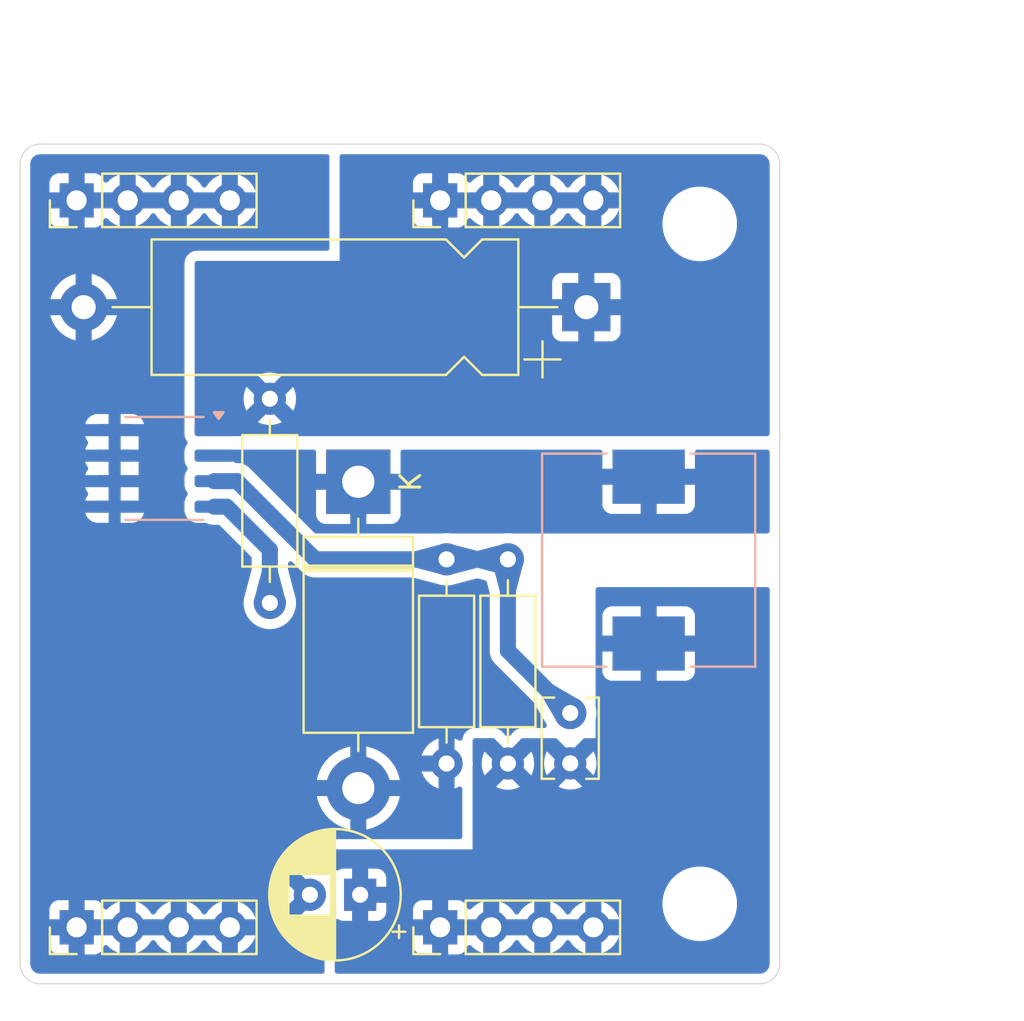
<source format=kicad_pcb>
(kicad_pcb (version 20240108) (generator "pcbnew") (generator_version "8.0")
  (title_block (title "XL7005A Test PCB") (date "2024-06-26") (company "Perry Leumas"))
  (layers (0 "F.Cu" signal) (31 "B.Cu" signal) (34 "B.Paste" user) (35 "F.Paste" user) (36 "B.SilkS" user "B.Silkscreen") (37 "F.SilkS" user "F.Silkscreen") (38 "B.Mask" user) (39 "F.Mask" user) (44 "Edge.Cuts" user))
  (net 0 "")
  (net 1 "+12V")
  (net 2 "GND")
  (net 3 "+5V")
  (net 4 "Net-(U1-FB)")
  (net 5 "Net-(D1-K)")
  (net 6 "Net-(U1-EN)")
  (footprint "MountingHole:MountingHole_3.2mm_M3" (layer "F.Cu") (at 191.8 98.3)
    (property "Reference" "H1" (hide yes))
    (property "Value" "MountingHole")
    (pad "" np_thru_hole circle (at 0 0) (size 3.2 3.2) (drill 3.2) (layers "*.Cu" "*.Mask"))
  )
  (footprint "Connector_PinHeader_2.54mm:PinHeader_1x04_P2.54mm_Vertical" (layer "F.Cu") (at 160.81 63.3 90)
    (property "Reference" "J2" (hide yes))
    (property "Value" "Conn_01x04")
    (fp_line (start -1.33 -1.33) (end 0 -1.33) (stroke (width 0.12)) (layer "F.SilkS"))
    (fp_line (start -1.33 0) (end -1.33 -1.33) (stroke (width 0.12)) (layer "F.SilkS"))
    (fp_line (start 1.33 1.27) (end 1.33 8.95) (stroke (width 0.12)) (layer "F.SilkS"))
    (fp_line (start -1.33 1.27) (end 1.33 1.27) (stroke (width 0.12)) (layer "F.SilkS"))
    (fp_line (start -1.33 1.27) (end -1.33 8.95) (stroke (width 0.12)) (layer "F.SilkS"))
    (fp_line (start -1.33 8.95) (end 1.33 8.95) (stroke (width 0.12)) (layer "F.SilkS"))
    (pad "1" thru_hole rect (at 0 0 90) (size 1.7 1.7) (drill 1) (layers "*.Cu" "*.Mask") (net 2 "GND"))
    (pad "2" thru_hole oval (at 0 2.54 90) (size 1.7 1.7) (drill 1) (layers "*.Cu" "*.Mask") (net 2 "GND"))
    (pad "3" thru_hole oval (at 0 5.08 90) (size 1.7 1.7) (drill 1) (layers "*.Cu" "*.Mask") (net 2 "GND"))
    (pad "4" thru_hole oval (at 0 7.62 90) (size 1.7 1.7) (drill 1) (layers "*.Cu" "*.Mask") (net 2 "GND"))
  )
  (footprint "Capacitor_THT:CP_Axial_L18.0mm_D6.5mm_P25.00mm_Horizontal" (layer "F.Cu") (at 186.16 68.6125 180)
    (property "Reference" "C1" (hide yes))
    (property "Value" "33uF")
    (fp_line (start 23.56 0) (end 21.62 0) (stroke (width 0.12)) (layer "F.SilkS"))
    (fp_line (start 21.62 -3.37) (end 21.62 3.37) (stroke (width 0.12)) (layer "F.SilkS"))
    (fp_line (start 6.98 3.37) (end 21.62 3.37) (stroke (width 0.12)) (layer "F.SilkS"))
    (fp_line (start 6.98 -3.37) (end 21.62 -3.37) (stroke (width 0.12)) (layer "F.SilkS"))
    (fp_line (start 6.08 2.47) (end 6.98 3.37) (stroke (width 0.12)) (layer "F.SilkS"))
    (fp_line (start 6.08 -2.47) (end 6.98 -3.37) (stroke (width 0.12)) (layer "F.SilkS"))
    (fp_line (start 5.18 3.37) (end 6.08 2.47) (stroke (width 0.12)) (layer "F.SilkS"))
    (fp_line (start 5.18 -3.37) (end 6.08 -2.47) (stroke (width 0.12)) (layer "F.SilkS"))
    (fp_line (start 3.38 3.37) (end 5.18 3.37) (stroke (width 0.12)) (layer "F.SilkS"))
    (fp_line (start 3.38 -3.37) (end 5.18 -3.37) (stroke (width 0.12)) (layer "F.SilkS"))
    (fp_line (start 3.38 -3.37) (end 3.38 3.37) (stroke (width 0.12)) (layer "F.SilkS"))
    (fp_line (start 2.18 -3.5) (end 2.18 -1.7) (stroke (width 0.12)) (layer "F.SilkS"))
    (fp_line (start 1.44 0) (end 3.38 0) (stroke (width 0.12)) (layer "F.SilkS"))
    (fp_line (start 1.28 -2.6) (end 3.08 -2.6) (stroke (width 0.12)) (layer "F.SilkS"))
    (pad "1" thru_hole rect (at 0 0 180) (size 2.4 2.4) (drill 1.2) (layers "*.Cu" "*.Mask") (net 1 "+12V"))
    (pad "2" thru_hole oval (at 25 0 180) (size 2.4 2.4) (drill 1.2) (layers "*.Cu" "*.Mask") (net 2 "GND"))
  )
  (footprint "Resistor_THT:R_Axial_DIN0207_L6.3mm_D2.5mm_P10.16mm_Horizontal" (layer "F.Cu") (at 170.42 73.17 -90)
    (property "Reference" "R1" (hide yes))
    (property "Value" "1k")
    (fp_line (start 1.81 1.37) (end 8.35 1.37) (stroke (width 0.12)) (layer "F.SilkS"))
    (fp_line (start 8.35 1.37) (end 8.35 -1.37) (stroke (width 0.12)) (layer "F.SilkS"))
    (fp_line (start 1.04 0) (end 1.81 0) (stroke (width 0.12)) (layer "F.SilkS"))
    (fp_line (start 9.12 0) (end 8.350001 0) (stroke (width 0.12)) (layer "F.SilkS"))
    (fp_line (start 1.81 -1.37) (end 1.81 1.37) (stroke (width 0.12)) (layer "F.SilkS"))
    (fp_line (start 8.35 -1.37) (end 1.81 -1.37) (stroke (width 0.12)) (layer "F.SilkS"))
    (pad "1" thru_hole circle (at 0 0 270) (size 1.6 1.6) (drill 0.8) (layers "*.Cu" "*.Mask") (net 1 "+12V"))
    (pad "2" thru_hole oval (at 10.16 0 270) (size 1.6 1.6) (drill 0.8) (layers "*.Cu" "*.Mask") (net 6 "Net-(U1-EN)"))
  )
  (footprint "Capacitor_THT:C_Disc_D3.8mm_W2.6mm_P2.50mm" (layer "F.Cu") (at 185.36 91.31 90)
    (property "Reference" "C2" (hide yes))
    (property "Value" "33nF")
    (fp_line (start 3.27 -1.42) (end 3.27 -0.795) (stroke (width 0.12)) (layer "F.SilkS"))
    (fp_line (start -0.77 -1.42) (end 3.27 -1.42) (stroke (width 0.12)) (layer "F.SilkS"))
    (fp_line (start -0.77 -1.42) (end -0.77 -0.795) (stroke (width 0.12)) (layer "F.SilkS"))
    (fp_line (start 3.27 0.795) (end 3.27 1.42) (stroke (width 0.12)) (layer "F.SilkS"))
    (fp_line (start -0.77 0.795) (end -0.77 1.42) (stroke (width 0.12)) (layer "F.SilkS"))
    (fp_line (start -0.77 1.42) (end 3.27 1.42) (stroke (width 0.12)) (layer "F.SilkS"))
    (pad "1" thru_hole circle (at 0 0 90) (size 1.6 1.6) (drill 0.8) (layers "*.Cu" "*.Mask") (net 3 "+5V"))
    (pad "2" thru_hole circle (at 2.5 0 90) (size 1.6 1.6) (drill 0.8) (layers "*.Cu" "*.Mask") (net 4 "Net-(U1-FB)"))
  )
  (footprint "Connector_PinHeader_2.54mm:PinHeader_1x04_P2.54mm_Vertical" (layer "F.Cu") (at 178.89 63.3 90)
    (property "Reference" "J1" (hide yes))
    (property "Value" "Conn_01x04")
    (fp_line (start -1.33 -1.33) (end 0 -1.33) (stroke (width 0.12)) (layer "F.SilkS"))
    (fp_line (start -1.33 0) (end -1.33 -1.33) (stroke (width 0.12)) (layer "F.SilkS"))
    (fp_line (start 1.33 1.27) (end 1.33 8.95) (stroke (width 0.12)) (layer "F.SilkS"))
    (fp_line (start -1.33 1.27) (end 1.33 1.27) (stroke (width 0.12)) (layer "F.SilkS"))
    (fp_line (start -1.33 1.27) (end -1.33 8.95) (stroke (width 0.12)) (layer "F.SilkS"))
    (fp_line (start -1.33 8.95) (end 1.33 8.95) (stroke (width 0.12)) (layer "F.SilkS"))
    (pad "1" thru_hole rect (at 0 0 90) (size 1.7 1.7) (drill 1) (layers "*.Cu" "*.Mask") (net 1 "+12V"))
    (pad "2" thru_hole oval (at 0 2.54 90) (size 1.7 1.7) (drill 1) (layers "*.Cu" "*.Mask") (net 1 "+12V"))
    (pad "3" thru_hole oval (at 0 5.08 90) (size 1.7 1.7) (drill 1) (layers "*.Cu" "*.Mask") (net 1 "+12V"))
    (pad "4" thru_hole oval (at 0 7.62 90) (size 1.7 1.7) (drill 1) (layers "*.Cu" "*.Mask") (net 1 "+12V"))
  )
  (footprint "Diode_THT:D_DO-201AD_P15.24mm_Horizontal" (layer "F.Cu") (at 174.82 77.3 -90)
    (property "Reference" "D1" (hide yes))
    (property "Value" "1N5821")
    (fp_line (start 2.75 2.72) (end 12.49 2.72) (stroke (width 0.12)) (layer "F.SilkS"))
    (fp_line (start 12.49 2.72) (end 12.49 -2.72) (stroke (width 0.12)) (layer "F.SilkS"))
    (fp_line (start 1.84 0) (end 2.75 0) (stroke (width 0.12)) (layer "F.SilkS"))
    (fp_line (start 13.4 0) (end 12.49 0) (stroke (width 0.12)) (layer "F.SilkS"))
    (fp_line (start 2.75 -2.72) (end 2.75 2.72) (stroke (width 0.12)) (layer "F.SilkS"))
    (fp_line (start 4.175 -2.72) (end 4.175 2.72) (stroke (width 0.12)) (layer "F.SilkS"))
    (fp_line (start 4.295 -2.72) (end 4.295 2.72) (stroke (width 0.12)) (layer "F.SilkS"))
    (fp_line (start 4.415 -2.72) (end 4.415 2.72) (stroke (width 0.12)) (layer "F.SilkS"))
    (fp_line (start 12.49 -2.72) (end 2.75 -2.72) (stroke (width 0.12)) (layer "F.SilkS"))
    (fp_text user "K" (at 0 -2.6 90) (layer "F.SilkS"))
    (pad "1" thru_hole rect (at 0 0 270) (size 3.2 3.2) (drill 1.6) (layers "*.Cu" "*.Mask") (net 5 "Net-(D1-K)"))
    (pad "2" thru_hole oval (at 15.24 0 270) (size 3.2 3.2) (drill 1.6) (layers "*.Cu" "*.Mask") (net 2 "GND"))
  )
  (footprint "Connector_PinHeader_2.54mm:PinHeader_1x04_P2.54mm_Vertical" (layer "F.Cu") (at 178.89 99.47 90)
    (property "Reference" "J3" (hide yes))
    (property "Value" "Conn_01x04")
    (fp_line (start -1.33 -1.33) (end 0 -1.33) (stroke (width 0.12)) (layer "F.SilkS"))
    (fp_line (start -1.33 0) (end -1.33 -1.33) (stroke (width 0.12)) (layer "F.SilkS"))
    (fp_line (start 1.33 1.27) (end 1.33 8.95) (stroke (width 0.12)) (layer "F.SilkS"))
    (fp_line (start -1.33 1.27) (end 1.33 1.27) (stroke (width 0.12)) (layer "F.SilkS"))
    (fp_line (start -1.33 1.27) (end -1.33 8.95) (stroke (width 0.12)) (layer "F.SilkS"))
    (fp_line (start -1.33 8.95) (end 1.33 8.95) (stroke (width 0.12)) (layer "F.SilkS"))
    (pad "1" thru_hole rect (at 0 0 90) (size 1.7 1.7) (drill 1) (layers "*.Cu" "*.Mask") (net 3 "+5V"))
    (pad "2" thru_hole oval (at 0 2.54 90) (size 1.7 1.7) (drill 1) (layers "*.Cu" "*.Mask") (net 3 "+5V"))
    (pad "3" thru_hole oval (at 0 5.08 90) (size 1.7 1.7) (drill 1) (layers "*.Cu" "*.Mask") (net 3 "+5V"))
    (pad "4" thru_hole oval (at 0 7.62 90) (size 1.7 1.7) (drill 1) (layers "*.Cu" "*.Mask") (net 3 "+5V"))
  )
  (footprint "Resistor_THT:R_Axial_DIN0207_L6.3mm_D2.5mm_P10.16mm_Horizontal" (layer "F.Cu") (at 182.26 91.32 90)
    (property "Reference" "R2" (hide yes))
    (property "Value" "10k")
    (fp_line (start 8.35 -1.37) (end 1.81 -1.37) (stroke (width 0.12)) (layer "F.SilkS"))
    (fp_line (start 1.81 -1.37) (end 1.81 1.37) (stroke (width 0.12)) (layer "F.SilkS"))
    (fp_line (start 9.12 0) (end 8.35 0) (stroke (width 0.12)) (layer "F.SilkS"))
    (fp_line (start 1.04 0) (end 1.81 0) (stroke (width 0.12)) (layer "F.SilkS"))
    (fp_line (start 8.35 1.37) (end 8.35 -1.37) (stroke (width 0.12)) (layer "F.SilkS"))
    (fp_line (start 1.81 1.37) (end 8.35 1.37) (stroke (width 0.12)) (layer "F.SilkS"))
    (pad "1" thru_hole circle (at 0 0 90) (size 1.6 1.6) (drill 0.8) (layers "*.Cu" "*.Mask") (net 3 "+5V"))
    (pad "2" thru_hole oval (at 10.16 0 90) (size 1.6 1.6) (drill 0.8) (layers "*.Cu" "*.Mask") (net 4 "Net-(U1-FB)"))
  )
  (footprint "Capacitor_THT:CP_Radial_D6.3mm_P2.50mm" (layer "F.Cu") (at 174.91 97.85 180)
    (property "Reference" "C3" (hide yes))
    (property "Value" "100uF")
    (fp_line (start 4.491 -0.402) (end 4.491 0.402) (stroke (width 0.12)) (layer "F.SilkS"))
    (fp_line (start 4.451 -0.633) (end 4.451 0.633) (stroke (width 0.12)) (layer "F.SilkS"))
    (fp_line (start 4.411 -0.802) (end 4.411 0.802) (stroke (width 0.12)) (layer "F.SilkS"))
    (fp_line (start 4.371 -0.94) (end 4.371 0.94) (stroke (width 0.12)) (layer "F.SilkS"))
    (fp_line (start 4.331 -1.059) (end 4.331 1.059) (stroke (width 0.12)) (layer "F.SilkS"))
    (fp_line (start 4.291 -1.165) (end 4.291 1.165) (stroke (width 0.12)) (layer "F.SilkS"))
    (fp_line (start 4.251 -1.262) (end 4.251 1.262) (stroke (width 0.12)) (layer "F.SilkS"))
    (fp_line (start 4.211 -1.35) (end 4.211 1.35) (stroke (width 0.12)) (layer "F.SilkS"))
    (fp_line (start 4.171 -1.432) (end 4.171 1.432) (stroke (width 0.12)) (layer "F.SilkS"))
    (fp_line (start 4.131 -1.509) (end 4.131 1.509) (stroke (width 0.12)) (layer "F.SilkS"))
    (fp_line (start 4.091 -1.581) (end 4.091 1.581) (stroke (width 0.12)) (layer "F.SilkS"))
    (fp_line (start 4.051 -1.65) (end 4.051 1.65) (stroke (width 0.12)) (layer "F.SilkS"))
    (fp_line (start 4.011 -1.714) (end 4.011 1.714) (stroke (width 0.12)) (layer "F.SilkS"))
    (fp_line (start 3.971 -1.776) (end 3.971 1.776) (stroke (width 0.12)) (layer "F.SilkS"))
    (fp_line (start 3.931 -1.834) (end 3.931 1.834) (stroke (width 0.12)) (layer "F.SilkS"))
    (fp_line (start 3.891 -1.89) (end 3.891 1.89) (stroke (width 0.12)) (layer "F.SilkS"))
    (fp_line (start 3.851 -1.944) (end 3.851 1.944) (stroke (width 0.12)) (layer "F.SilkS"))
    (fp_line (start 3.811 -1.995) (end 3.811 1.995) (stroke (width 0.12)) (layer "F.SilkS"))
    (fp_line (start 3.771 -2.044) (end 3.771 2.044) (stroke (width 0.12)) (layer "F.SilkS"))
    (fp_line (start 3.731 -2.092) (end 3.731 2.092) (stroke (width 0.12)) (layer "F.SilkS"))
    (fp_line (start 3.691 -2.137) (end 3.691 2.137) (stroke (width 0.12)) (layer "F.SilkS"))
    (fp_line (start 3.651 -2.182) (end 3.651 2.182) (stroke (width 0.12)) (layer "F.SilkS"))
    (fp_line (start 3.611 -2.224) (end 3.611 2.224) (stroke (width 0.12)) (layer "F.SilkS"))
    (fp_line (start 3.571 -2.265) (end 3.571 2.265) (stroke (width 0.12)) (layer "F.SilkS"))
    (fp_line (start 3.531 1.04) (end 3.531 2.305) (stroke (width 0.12)) (layer "F.SilkS"))
    (fp_line (start 3.531 -2.305) (end 3.531 -1.04) (stroke (width 0.12)) (layer "F.SilkS"))
    (fp_line (start 3.491 1.04) (end 3.491 2.343) (stroke (width 0.12)) (layer "F.SilkS"))
    (fp_line (start 3.491 -2.343) (end 3.491 -1.04) (stroke (width 0.12)) (layer "F.SilkS"))
    (fp_line (start 3.451 1.04) (end 3.451 2.38) (stroke (width 0.12)) (layer "F.SilkS"))
    (fp_line (start 3.451 -2.38) (end 3.451 -1.04) (stroke (width 0.12)) (layer "F.SilkS"))
    (fp_line (start 3.411 1.04) (end 3.411 2.416) (stroke (width 0.12)) (layer "F.SilkS"))
    (fp_line (start 3.411 -2.416) (end 3.411 -1.04) (stroke (width 0.12)) (layer "F.SilkS"))
    (fp_line (start 3.371 1.04) (end 3.371 2.45) (stroke (width 0.12)) (layer "F.SilkS"))
    (fp_line (start 3.371 -2.45) (end 3.371 -1.04) (stroke (width 0.12)) (layer "F.SilkS"))
    (fp_line (start 3.331 1.04) (end 3.331 2.484) (stroke (width 0.12)) (layer "F.SilkS"))
    (fp_line (start 3.331 -2.484) (end 3.331 -1.04) (stroke (width 0.12)) (layer "F.SilkS"))
    (fp_line (start 3.291 1.04) (end 3.291 2.516) (stroke (width 0.12)) (layer "F.SilkS"))
    (fp_line (start 3.291 -2.516) (end 3.291 -1.04) (stroke (width 0.12)) (layer "F.SilkS"))
    (fp_line (start 3.251 1.04) (end 3.251 2.548) (stroke (width 0.12)) (layer "F.SilkS"))
    (fp_line (start 3.251 -2.548) (end 3.251 -1.04) (stroke (width 0.12)) (layer "F.SilkS"))
    (fp_line (start 3.211 1.04) (end 3.211 2.578) (stroke (width 0.12)) (layer "F.SilkS"))
    (fp_line (start 3.211 -2.578) (end 3.211 -1.04) (stroke (width 0.12)) (layer "F.SilkS"))
    (fp_line (start 3.171 1.04) (end 3.171 2.607) (stroke (width 0.12)) (layer "F.SilkS"))
    (fp_line (start 3.171 -2.607) (end 3.171 -1.04) (stroke (width 0.12)) (layer "F.SilkS"))
    (fp_line (start 3.131 1.04) (end 3.131 2.636) (stroke (width 0.12)) (layer "F.SilkS"))
    (fp_line (start 3.131 -2.636) (end 3.131 -1.04) (stroke (width 0.12)) (layer "F.SilkS"))
    (fp_line (start 3.091 1.04) (end 3.091 2.664) (stroke (width 0.12)) (layer "F.SilkS"))
    (fp_line (start 3.091 -2.664) (end 3.091 -1.04) (stroke (width 0.12)) (layer "F.SilkS"))
    (fp_line (start 3.051 1.04) (end 3.051 2.69) (stroke (width 0.12)) (layer "F.SilkS"))
    (fp_line (start 3.051 -2.69) (end 3.051 -1.04) (stroke (width 0.12)) (layer "F.SilkS"))
    (fp_line (start 3.011 1.04) (end 3.011 2.716) (stroke (width 0.12)) (layer "F.SilkS"))
    (fp_line (start 3.011 -2.716) (end 3.011 -1.04) (stroke (width 0.12)) (layer "F.SilkS"))
    (fp_line (start 2.971 1.04) (end 2.971 2.742) (stroke (width 0.12)) (layer "F.SilkS"))
    (fp_line (start 2.971 -2.742) (end 2.971 -1.04) (stroke (width 0.12)) (layer "F.SilkS"))
    (fp_line (start 2.931 1.04) (end 2.931 2.766) (stroke (width 0.12)) (layer "F.SilkS"))
    (fp_line (start 2.931 -2.766) (end 2.931 -1.04) (stroke (width 0.12)) (layer "F.SilkS"))
    (fp_line (start 2.891 1.04) (end 2.891 2.79) (stroke (width 0.12)) (layer "F.SilkS"))
    (fp_line (start 2.891 -2.79) (end 2.891 -1.04) (stroke (width 0.12)) (layer "F.SilkS"))
    (fp_line (start 2.851 1.04) (end 2.851 2.812) (stroke (width 0.12)) (layer "F.SilkS"))
    (fp_line (start 2.851 -2.812) (end 2.851 -1.04) (stroke (width 0.12)) (layer "F.SilkS"))
    (fp_line (start 2.811 1.04) (end 2.811 2.834) (stroke (width 0.12)) (layer "F.SilkS"))
    (fp_line (start 2.811 -2.834) (end 2.811 -1.04) (stroke (width 0.12)) (layer "F.SilkS"))
    (fp_line (start 2.771 1.04) (end 2.771 2.856) (stroke (width 0.12)) (layer "F.SilkS"))
    (fp_line (start 2.771 -2.856) (end 2.771 -1.04) (stroke (width 0.12)) (layer "F.SilkS"))
    (fp_line (start 2.731 1.04) (end 2.731 2.876) (stroke (width 0.12)) (layer "F.SilkS"))
    (fp_line (start 2.731 -2.876) (end 2.731 -1.04) (stroke (width 0.12)) (layer "F.SilkS"))
    (fp_line (start 2.691 1.04) (end 2.691 2.896) (stroke (width 0.12)) (layer "F.SilkS"))
    (fp_line (start 2.691 -2.896) (end 2.691 -1.04) (stroke (width 0.12)) (layer "F.SilkS"))
    (fp_line (start 2.651 1.04) (end 2.651 2.916) (stroke (width 0.12)) (layer "F.SilkS"))
    (fp_line (start 2.651 -2.916) (end 2.651 -1.04) (stroke (width 0.12)) (layer "F.SilkS"))
    (fp_line (start 2.611 1.04) (end 2.611 2.934) (stroke (width 0.12)) (layer "F.SilkS"))
    (fp_line (start 2.611 -2.934) (end 2.611 -1.04) (stroke (width 0.12)) (layer "F.SilkS"))
    (fp_line (start 2.571 1.04) (end 2.571 2.952) (stroke (width 0.12)) (layer "F.SilkS"))
    (fp_line (start 2.571 -2.952) (end 2.571 -1.04) (stroke (width 0.12)) (layer "F.SilkS"))
    (fp_line (start 2.531 1.04) (end 2.531 2.97) (stroke (width 0.12)) (layer "F.SilkS"))
    (fp_line (start 2.531 -2.97) (end 2.531 -1.04) (stroke (width 0.12)) (layer "F.SilkS"))
    (fp_line (start 2.491 1.04) (end 2.491 2.986) (stroke (width 0.12)) (layer "F.SilkS"))
    (fp_line (start 2.491 -2.986) (end 2.491 -1.04) (stroke (width 0.12)) (layer "F.SilkS"))
    (fp_line (start 2.451 1.04) (end 2.451 3.002) (stroke (width 0.12)) (layer "F.SilkS"))
    (fp_line (start 2.451 -3.002) (end 2.451 -1.04) (stroke (width 0.12)) (layer "F.SilkS"))
    (fp_line (start 2.411 1.04) (end 2.411 3.018) (stroke (width 0.12)) (layer "F.SilkS"))
    (fp_line (start 2.411 -3.018) (end 2.411 -1.04) (stroke (width 0.12)) (layer "F.SilkS"))
    (fp_line (start 2.371 1.04) (end 2.371 3.033) (stroke (width 0.12)) (layer "F.SilkS"))
    (fp_line (start 2.371 -3.033) (end 2.371 -1.04) (stroke (width 0.12)) (layer "F.SilkS"))
    (fp_line (start 2.331 1.04) (end 2.331 3.047) (stroke (width 0.12)) (layer "F.SilkS"))
    (fp_line (start 2.331 -3.047) (end 2.331 -1.04) (stroke (width 0.12)) (layer "F.SilkS"))
    (fp_line (start 2.291 1.04) (end 2.291 3.061) (stroke (width 0.12)) (layer "F.SilkS"))
    (fp_line (start 2.291 -3.061) (end 2.291 -1.04) (stroke (width 0.12)) (layer "F.SilkS"))
    (fp_line (start 2.251 1.04) (end 2.251 3.074) (stroke (width 0.12)) (layer "F.SilkS"))
    (fp_line (start 2.251 -3.074) (end 2.251 -1.04) (stroke (width 0.12)) (layer "F.SilkS"))
    (fp_line (start 2.211 1.04) (end 2.211 3.086) (stroke (width 0.12)) (layer "F.SilkS"))
    (fp_line (start 2.211 -3.086) (end 2.211 -1.04) (stroke (width 0.12)) (layer "F.SilkS"))
    (fp_line (start 2.171 1.04) (end 2.171 3.098) (stroke (width 0.12)) (layer "F.SilkS"))
    (fp_line (start 2.171 -3.098) (end 2.171 -1.04) (stroke (width 0.12)) (layer "F.SilkS"))
    (fp_line (start 2.131 1.04) (end 2.131 3.11) (stroke (width 0.12)) (layer "F.SilkS"))
    (fp_line (start 2.131 -3.11) (end 2.131 -1.04) (stroke (width 0.12)) (layer "F.SilkS"))
    (fp_line (start 2.091 1.04) (end 2.091 3.121) (stroke (width 0.12)) (layer "F.SilkS"))
    (fp_line (start 2.091 -3.121) (end 2.091 -1.04) (stroke (width 0.12)) (layer "F.SilkS"))
    (fp_line (start 2.051 1.04) (end 2.051 3.131) (stroke (width 0.12)) (layer "F.SilkS"))
    (fp_line (start 2.051 -3.131) (end 2.051 -1.04) (stroke (width 0.12)) (layer "F.SilkS"))
    (fp_line (start 2.011 1.04) (end 2.011 3.141) (stroke (width 0.12)) (layer "F.SilkS"))
    (fp_line (start 2.011 -3.141) (end 2.011 -1.04) (stroke (width 0.12)) (layer "F.SilkS"))
    (fp_line (start 1.971 1.04) (end 1.971 3.15) (stroke (width 0.12)) (layer "F.SilkS"))
    (fp_line (start 1.971 -3.15) (end 1.971 -1.04) (stroke (width 0.12)) (layer "F.SilkS"))
    (fp_line (start 1.93 1.04) (end 1.93 3.159) (stroke (width 0.12)) (layer "F.SilkS"))
    (fp_line (start 1.93 -3.159) (end 1.93 -1.04) (stroke (width 0.12)) (layer "F.SilkS"))
    (fp_line (start 1.89 1.04) (end 1.89 3.167) (stroke (width 0.12)) (layer "F.SilkS"))
    (fp_line (start 1.89 -3.167) (end 1.89 -1.04) (stroke (width 0.12)) (layer "F.SilkS"))
    (fp_line (start 1.85 1.04) (end 1.85 3.175) (stroke (width 0.12)) (layer "F.SilkS"))
    (fp_line (start 1.85 -3.175) (end 1.85 -1.04) (stroke (width 0.12)) (layer "F.SilkS"))
    (fp_line (start 1.81 1.04) (end 1.81 3.182) (stroke (width 0.12)) (layer "F.SilkS"))
    (fp_line (start 1.81 -3.182) (end 1.81 -1.04) (stroke (width 0.12)) (layer "F.SilkS"))
    (fp_line (start 1.77 1.04) (end 1.77 3.189) (stroke (width 0.12)) (layer "F.SilkS"))
    (fp_line (start 1.77 -3.189) (end 1.77 -1.04) (stroke (width 0.12)) (layer "F.SilkS"))
    (fp_line (start 1.73 1.04) (end 1.73 3.195) (stroke (width 0.12)) (layer "F.SilkS"))
    (fp_line (start 1.73 -3.195) (end 1.73 -1.04) (stroke (width 0.12)) (layer "F.SilkS"))
    (fp_line (start 1.69 1.04) (end 1.69 3.201) (stroke (width 0.12)) (layer "F.SilkS"))
    (fp_line (start 1.69 -3.201) (end 1.69 -1.04) (stroke (width 0.12)) (layer "F.SilkS"))
    (fp_line (start 1.65 1.04) (end 1.65 3.206) (stroke (width 0.12)) (layer "F.SilkS"))
    (fp_line (start 1.65 -3.206) (end 1.65 -1.04) (stroke (width 0.12)) (layer "F.SilkS"))
    (fp_line (start 1.61 1.04) (end 1.61 3.211) (stroke (width 0.12)) (layer "F.SilkS"))
    (fp_line (start 1.61 -3.211) (end 1.61 -1.04) (stroke (width 0.12)) (layer "F.SilkS"))
    (fp_line (start 1.57 1.04) (end 1.57 3.215) (stroke (width 0.12)) (layer "F.SilkS"))
    (fp_line (start 1.57 -3.215) (end 1.57 -1.04) (stroke (width 0.12)) (layer "F.SilkS"))
    (fp_line (start 1.53 1.04) (end 1.53 3.218) (stroke (width 0.12)) (layer "F.SilkS"))
    (fp_line (start 1.53 -3.218) (end 1.53 -1.04) (stroke (width 0.12)) (layer "F.SilkS"))
    (fp_line (start 1.49 1.04) (end 1.49 3.222) (stroke (width 0.12)) (layer "F.SilkS"))
    (fp_line (start 1.49 -3.222) (end 1.49 -1.04) (stroke (width 0.12)) (layer "F.SilkS"))
    (fp_line (start 1.45 -3.224) (end 1.45 3.224) (stroke (width 0.12)) (layer "F.SilkS"))
    (fp_line (start 1.41 -3.227) (end 1.41 3.227) (stroke (width 0.12)) (layer "F.SilkS"))
    (fp_line (start 1.37 -3.228) (end 1.37 3.228) (stroke (width 0.12)) (layer "F.SilkS"))
    (fp_line (start 1.33 -3.23) (end 1.33 3.23) (stroke (width 0.12)) (layer "F.SilkS"))
    (fp_line (start 1.29 -3.23) (end 1.29 3.23) (stroke (width 0.12)) (layer "F.SilkS"))
    (fp_line (start 1.25 -3.23) (end 1.25 3.23) (stroke (width 0.12)) (layer "F.SilkS"))
    (fp_line (start -1.935241 -2.154) (end -1.935241 -1.524) (stroke (width 0.12)) (layer "F.SilkS"))
    (fp_line (start -2.250241 -1.839) (end -1.620241 -1.839) (stroke (width 0.12)) (layer "F.SilkS"))
    (fp_circle (center 1.25 0) (end 4.52 0) (stroke (width 0.12)) (fill none) (layer "F.SilkS"))
    (pad "1" thru_hole rect (at 0 0 180) (size 1.6 1.6) (drill 0.8) (layers "*.Cu" "*.Mask") (net 3 "+5V"))
    (pad "2" thru_hole circle (at 2.5 0 180) (size 1.6 1.6) (drill 0.8) (layers "*.Cu" "*.Mask") (net 2 "GND"))
  )
  (footprint "Connector_PinHeader_2.54mm:PinHeader_1x04_P2.54mm_Vertical" (layer "F.Cu") (at 160.81 99.47 90)
    (property "Reference" "J4" (hide yes))
    (property "Value" "Conn_01x04")
    (fp_line (start -1.33 -1.33) (end 0 -1.33) (stroke (width 0.12)) (layer "F.SilkS"))
    (fp_line (start -1.33 0) (end -1.33 -1.33) (stroke (width 0.12)) (layer "F.SilkS"))
    (fp_line (start 1.33 1.27) (end 1.33 8.95) (stroke (width 0.12)) (layer "F.SilkS"))
    (fp_line (start -1.33 1.27) (end 1.33 1.27) (stroke (width 0.12)) (layer "F.SilkS"))
    (fp_line (start -1.33 1.27) (end -1.33 8.95) (stroke (width 0.12)) (layer "F.SilkS"))
    (fp_line (start -1.33 8.95) (end 1.33 8.95) (stroke (width 0.12)) (layer "F.SilkS"))
    (pad "1" thru_hole rect (at 0 0 90) (size 1.7 1.7) (drill 1) (layers "*.Cu" "*.Mask") (net 2 "GND"))
    (pad "2" thru_hole oval (at 0 2.54 90) (size 1.7 1.7) (drill 1) (layers "*.Cu" "*.Mask") (net 2 "GND"))
    (pad "3" thru_hole oval (at 0 5.08 90) (size 1.7 1.7) (drill 1) (layers "*.Cu" "*.Mask") (net 2 "GND"))
    (pad "4" thru_hole oval (at 0 7.62 90) (size 1.7 1.7) (drill 1) (layers "*.Cu" "*.Mask") (net 2 "GND"))
  )
  (footprint "Resistor_THT:R_Axial_DIN0207_L6.3mm_D2.5mm_P10.16mm_Horizontal" (layer "F.Cu") (at 179.21 81.16 -90)
    (property "Reference" "R3" (hide yes))
    (property "Value" "3k3")
    (fp_line (start 1.81 1.37) (end 8.35 1.37) (stroke (width 0.12)) (layer "F.SilkS"))
    (fp_line (start 8.35 1.37) (end 8.35 -1.37) (stroke (width 0.12)) (layer "F.SilkS"))
    (fp_line (start 1.04 0) (end 1.81 0) (stroke (width 0.12)) (layer "F.SilkS"))
    (fp_line (start 9.12 0) (end 8.35 0) (stroke (width 0.12)) (layer "F.SilkS"))
    (fp_line (start 1.81 -1.37) (end 1.81 1.37) (stroke (width 0.12)) (layer "F.SilkS"))
    (fp_line (start 8.35 -1.37) (end 1.81 -1.37) (stroke (width 0.12)) (layer "F.SilkS"))
    (pad "1" thru_hole circle (at 0 0 270) (size 1.6 1.6) (drill 0.8) (layers "*.Cu" "*.Mask") (net 4 "Net-(U1-FB)"))
    (pad "2" thru_hole oval (at 10.16 0 270) (size 1.6 1.6) (drill 0.8) (layers "*.Cu" "*.Mask") (net 2 "GND"))
  )
  (footprint "MountingHole:MountingHole_3.2mm_M3" (layer "F.Cu") (at 191.8 64.47)
    (property "Reference" "H2" (hide yes))
    (property "Value" "MountingHole")
    (pad "" np_thru_hole circle (at 0 0) (size 3.2 3.2) (drill 3.2) (layers "*.Cu" "*.Mask"))
  )
  (footprint "Package_SO:SOIC-8-1EP_3.9x4.9mm_P1.27mm_EP2.41x3.3mm" (layer "B.Cu") (at 165.175 76.635 180)
    (property "Reference" "U1" (hide yes))
    (property "Value" "XL7005A")
    (fp_line (start 1.95 2.56) (end 0 2.56) (stroke (width 0.12)) (layer "B.SilkS"))
    (fp_line (start 1.95 -2.56) (end 0 -2.56) (stroke (width 0.12)) (layer "B.SilkS"))
    (fp_line (start -1.95 2.56) (end 0 2.56) (stroke (width 0.12)) (layer "B.SilkS"))
    (fp_line (start -1.95 -2.56) (end 0 -2.56) (stroke (width 0.12)) (layer "B.SilkS"))
    (fp_poly (pts (xy -2.7 2.465) (xy -2.94 2.795) (xy -2.46 2.795) (xy -2.7 2.465)) (stroke (width 0.12)) (fill solid) (layer "B.SilkS"))
    (pad "1" smd roundrect (at -2.475 1.905 180) (size 1.95 0.6) (layers "B.Cu" "B.Paste" "B.Mask") (net 1 "+12V"))
    (pad "2" smd roundrect (at -2.475 0.635 180) (size 1.95 0.6) (layers "B.Cu" "B.Paste" "B.Mask") (net 5 "Net-(D1-K)"))
    (pad "3" smd roundrect (at -2.475 -0.635 180) (size 1.95 0.6) (layers "B.Cu" "B.Paste" "B.Mask") (net 4 "Net-(U1-FB)"))
    (pad "4" smd roundrect (at -2.475 -1.905 180) (size 1.95 0.6) (layers "B.Cu" "B.Paste" "B.Mask") (net 6 "Net-(U1-EN)"))
    (pad "5" smd roundrect (at 2.475 -1.905 180) (size 1.95 0.6) (layers "B.Cu" "B.Paste" "B.Mask") (net 2 "GND"))
    (pad "6" smd roundrect (at 2.475 -0.635 180) (size 1.95 0.6) (layers "B.Cu" "B.Paste" "B.Mask") (net 2 "GND"))
    (pad "7" smd roundrect (at 2.475 0.635 180) (size 1.95 0.6) (layers "B.Cu" "B.Paste" "B.Mask") (net 2 "GND"))
    (pad "8" smd roundrect (at 2.475 1.905 180) (size 1.95 0.6) (layers "B.Cu" "B.Paste" "B.Mask") (net 2 "GND"))
    (pad "9" smd rect (at 0.1528 0 180) (size 2.2572 3.3) (property pad_prop_heatsink) (layers "B.Cu" "B.Mask") (net 2 "GND"))
  )
  (footprint "Inductor_SMD:L_10.4x10.4_H4.8" (layer "B.Cu") (at 189.26 81.2 -90)
    (property "Reference" "L1" (hide yes))
    (property "Value" "47uH")
    (fp_line (start -5.3 5.3) (end -5.3 2.1) (stroke (width 0.12)) (layer "B.SilkS"))
    (fp_line (start 5.3 5.3) (end -5.3 5.3) (stroke (width 0.12)) (layer "B.SilkS"))
    (fp_line (start 5.3 2.1) (end 5.3 5.3) (stroke (width 0.12)) (layer "B.SilkS"))
    (fp_line (start -5.3 -2.1) (end -5.3 -5.3) (stroke (width 0.12)) (layer "B.SilkS"))
    (fp_line (start -5.3 -5.3) (end 5.3 -5.3) (stroke (width 0.12)) (layer "B.SilkS"))
    (fp_line (start 5.3 -5.3) (end 5.3 -2.1) (stroke (width 0.12)) (layer "B.SilkS"))
    (pad "1" smd rect (at -4.15 0 270) (size 2.7 3.6) (layers "B.Cu" "B.Paste" "B.Mask") (net 5 "Net-(D1-K)"))
    (pad "2" smd rect (at 4.15 0 270) (size 2.7 3.6) (layers "B.Cu" "B.Paste" "B.Mask") (net 3 "+5V"))
  )
  (gr_line (start 195.78 61.5) (end 195.78 101.28) (stroke (width 0.05)) (layer "Edge.Cuts"))
  (gr_arc (start 158 61.5) (mid 158.292893 60.792893) (end 159 60.5) (stroke (width 0.05)) (layer "Edge.Cuts"))
  (gr_line (start 194.78 102.28) (end 159 102.28) (stroke (width 0.05)) (layer "Edge.Cuts"))
  (gr_line (start 159 60.5) (end 194.78 60.5) (stroke (width 0.05)) (layer "Edge.Cuts"))
  (gr_arc (start 159 102.28) (mid 158.292893 101.987107) (end 158 101.28) (stroke (width 0.05)) (layer "Edge.Cuts"))
  (gr_arc (start 194.78 60.5) (mid 195.487107 60.792893) (end 195.78 61.5) (stroke (width 0.05)) (layer "Edge.Cuts"))
  (gr_line (start 158 101.28) (end 158 61.5) (stroke (width 0.05)) (layer "Edge.Cuts"))
  (gr_arc (start 195.78 101.28) (mid 195.487107 101.987107) (end 194.78 102.28) (stroke (width 0.05)) (layer "Edge.Cuts"))
  (segment (start 168.787514 77.27) (end 167.65 77.27) (width 0.8) (layer "B.Cu") (net 4))
  (segment (start 179.21 81.16) (end 172.677514 81.16) (width 0.8) (layer "B.Cu") (net 4))
  (segment (start 172.677514 81.16) (end 168.787514 77.27) (width 0.8) (layer "B.Cu") (net 4))
  (segment (start 182.26 85.71) (end 185.36 88.81) (width 0.8) (layer "B.Cu") (net 4))
  (segment (start 182.26 81.16) (end 179.21 81.16) (width 0.8) (layer "B.Cu") (net 4))
  (segment (start 182.26 81.16) (end 182.26 85.71) (width 0.8) (layer "B.Cu") (net 4))
  (segment (start 168.275604 78.54) (end 170.42 80.684396) (width 0.8) (layer "B.Cu") (net 6))
  (segment (start 167.65 78.54) (end 168.275604 78.54) (width 0.8) (layer "B.Cu") (net 6))
  (segment (start 170.42 80.684396) (end 170.42 83.33) (width 0.8) (layer "B.Cu") (net 6))
  (zone (net 5) (net_name "Net-(D1-K)") (layer "B.Cu") (priority 2) (connect_pads (clearance 0.5)) (min_thickness 0.25) (fill yes (thermal_gap 0.5) (thermal_bridge_width 0.8))
    (polygon (pts (xy 166.675 75.7) (xy 196.28 75.7) (xy 196.28 79.875) (xy 171.125 79.875) (xy 168.625 76.3) (xy 166.675 76.3)))
  )
  (zone (net 3) (net_name "+5V") (layer "B.Cu") (priority 3) (connect_pads (clearance 0.5)) (min_thickness 0.25) (fill yes (thermal_gap 0.5) (thermal_bridge_width 0.8))
    (polygon (pts (xy 196.28 102.78) (xy 173.65 102.78) (xy 173.65 95.59) (xy 180.5 95.59) (xy 180.5 90.06) (xy 186.62 90.06) (xy 186.62 82.54) (xy 196.28 82.54)))
  )
  (zone (net 1) (net_name "+12V") (layer "B.Cu") (priority 1) (connect_pads (clearance 0.5)) (min_thickness 0.25) (fill yes (thermal_gap 0.5) (thermal_bridge_width 0.8))
    (polygon (pts (xy 173.89 66.31) (xy 166.68 66.31) (xy 166.68 75.03) (xy 196.28 75.03) (xy 196.28 60) (xy 173.89 60)))
  )
  (zone (net 2) (net_name "GND") (layer "B.Cu") (connect_pads (clearance 0.5)) (min_thickness 0.25) (fill yes (thermal_gap 0.5) (thermal_bridge_width 0.8))
    (polygon (pts (xy 157 59.5) (xy 196.78 59.5) (xy 196.78 103.28) (xy 157 103.28)))
  )
)
</source>
